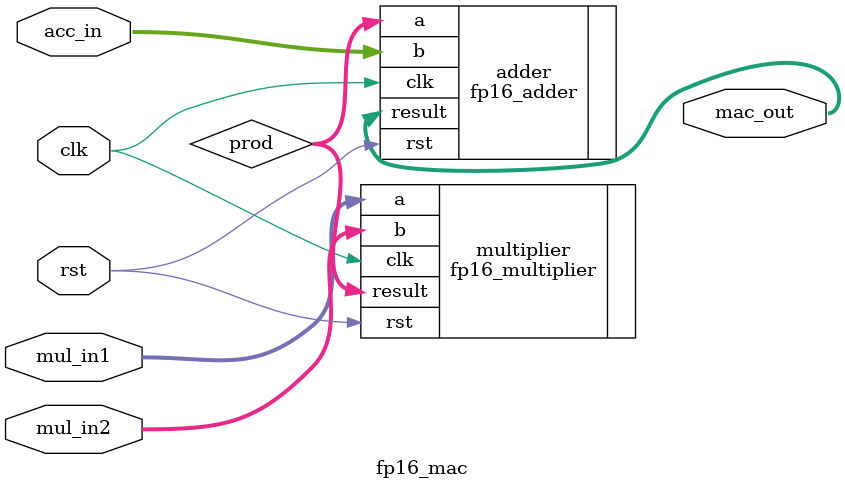
<source format=v>
`timescale 1ns / 1ps

module fp16_mac (
    input  wire        clk,
    input  wire        rst,
    input  wire [15:0] mul_in1,   // multiplicand
    input  wire [15:0] mul_in2,   // multiplier 
    input  wire [15:0] acc_in,  // accumulation input
    output wire [15:0] mac_out
);

    wire [15:0] prod;

    fp16_multiplier multiplier (
        .clk(clk),
        .rst(rst),
        .a(mul_in1),
        .b(mul_in2),
        .result(prod)
    );

    fp16_adder adder (
        .clk(clk),
        .rst(rst),
        .a(prod),
        .b(acc_in),
        .result(mac_out)
    );
    
endmodule

</source>
